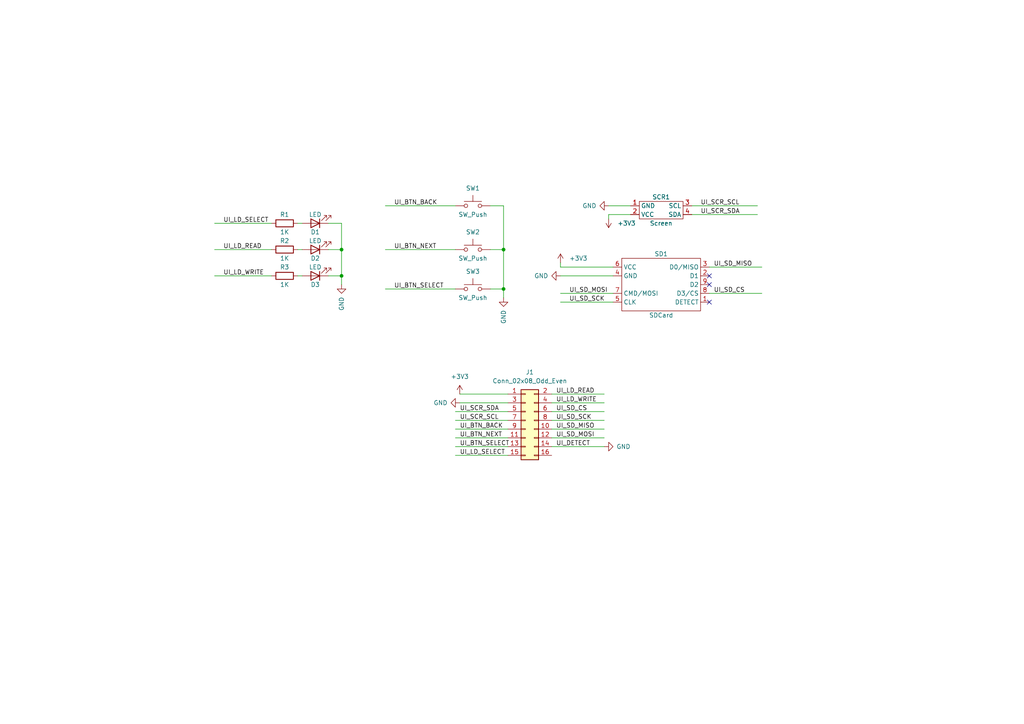
<source format=kicad_sch>
(kicad_sch (version 20211123) (generator eeschema)

  (uuid e63e39d7-6ac0-4ffd-8aa3-1841a4541b55)

  (paper "A4")

  (lib_symbols
    (symbol "CartridgeComponents:SDCard" (in_bom yes) (on_board yes)
      (property "Reference" "SD" (id 0) (at 0 8.89 0)
        (effects (font (size 1.27 1.27)))
      )
      (property "Value" "SDCard" (id 1) (at 0 -8.89 0)
        (effects (font (size 1.27 1.27)))
      )
      (property "Footprint" "" (id 2) (at -5.08 15.24 0)
        (effects (font (size 1.27 1.27)) hide)
      )
      (property "Datasheet" "" (id 3) (at -5.08 15.24 0)
        (effects (font (size 1.27 1.27)) hide)
      )
      (symbol "SDCard_0_1"
        (rectangle (start -11.43 7.62) (end 11.43 -7.62)
          (stroke (width 0) (type default) (color 0 0 0 0))
          (fill (type none))
        )
      )
      (symbol "SDCard_1_1"
        (pin passive line (at 13.97 -5.08 180) (length 2.54)
          (name "DETECT" (effects (font (size 1.27 1.27))))
          (number "1" (effects (font (size 1.27 1.27))))
        )
        (pin bidirectional line (at 13.97 2.54 180) (length 2.54)
          (name "D1" (effects (font (size 1.27 1.27))))
          (number "2" (effects (font (size 1.27 1.27))))
        )
        (pin bidirectional line (at 13.97 5.08 180) (length 2.54)
          (name "D0/MISO" (effects (font (size 1.27 1.27))))
          (number "3" (effects (font (size 1.27 1.27))))
        )
        (pin passive line (at -13.97 2.54 0) (length 2.54)
          (name "GND" (effects (font (size 1.27 1.27))))
          (number "4" (effects (font (size 1.27 1.27))))
        )
        (pin input line (at -13.97 -5.08 0) (length 2.54)
          (name "CLK" (effects (font (size 1.27 1.27))))
          (number "5" (effects (font (size 1.27 1.27))))
        )
        (pin passive line (at -13.97 5.08 0) (length 2.54)
          (name "VCC" (effects (font (size 1.27 1.27))))
          (number "6" (effects (font (size 1.27 1.27))))
        )
        (pin input line (at -13.97 -2.54 0) (length 2.54)
          (name "CMD/MOSI" (effects (font (size 1.27 1.27))))
          (number "7" (effects (font (size 1.27 1.27))))
        )
        (pin bidirectional line (at 13.97 -2.54 180) (length 2.54)
          (name "D3/CS" (effects (font (size 1.27 1.27))))
          (number "8" (effects (font (size 1.27 1.27))))
        )
        (pin bidirectional line (at 13.97 0 180) (length 2.54)
          (name "D2" (effects (font (size 1.27 1.27))))
          (number "9" (effects (font (size 1.27 1.27))))
        )
      )
    )
    (symbol "CartridgeComponents:Screen" (in_bom yes) (on_board yes)
      (property "Reference" "SCR" (id 0) (at 0 6.35 0)
        (effects (font (size 1.27 1.27)))
      )
      (property "Value" "Screen" (id 1) (at 0 8.89 0)
        (effects (font (size 1.27 1.27)))
      )
      (property "Footprint" "" (id 2) (at 0 6.35 0)
        (effects (font (size 1.27 1.27)) hide)
      )
      (property "Datasheet" "" (id 3) (at 0 6.35 0)
        (effects (font (size 1.27 1.27)) hide)
      )
      (symbol "Screen_0_1"
        (rectangle (start -6.35 2.54) (end 6.35 -2.54)
          (stroke (width 0) (type default) (color 0 0 0 0))
          (fill (type none))
        )
      )
      (symbol "Screen_1_1"
        (pin passive line (at -8.89 1.27 0) (length 2.54)
          (name "GND" (effects (font (size 1.27 1.27))))
          (number "1" (effects (font (size 1.27 1.27))))
        )
        (pin passive line (at -8.89 -1.27 0) (length 2.54)
          (name "VCC" (effects (font (size 1.27 1.27))))
          (number "2" (effects (font (size 1.27 1.27))))
        )
        (pin input line (at 8.89 1.27 180) (length 2.54)
          (name "SCL" (effects (font (size 1.27 1.27))))
          (number "3" (effects (font (size 1.27 1.27))))
        )
        (pin bidirectional line (at 8.89 -1.27 180) (length 2.54)
          (name "SDA" (effects (font (size 1.27 1.27))))
          (number "4" (effects (font (size 1.27 1.27))))
        )
      )
    )
    (symbol "Connector_Generic:Conn_02x08_Odd_Even" (pin_names (offset 1.016) hide) (in_bom yes) (on_board yes)
      (property "Reference" "J" (id 0) (at 1.27 10.16 0)
        (effects (font (size 1.27 1.27)))
      )
      (property "Value" "Conn_02x08_Odd_Even" (id 1) (at 1.27 -12.7 0)
        (effects (font (size 1.27 1.27)))
      )
      (property "Footprint" "" (id 2) (at 0 0 0)
        (effects (font (size 1.27 1.27)) hide)
      )
      (property "Datasheet" "~" (id 3) (at 0 0 0)
        (effects (font (size 1.27 1.27)) hide)
      )
      (property "ki_keywords" "connector" (id 4) (at 0 0 0)
        (effects (font (size 1.27 1.27)) hide)
      )
      (property "ki_description" "Generic connector, double row, 02x08, odd/even pin numbering scheme (row 1 odd numbers, row 2 even numbers), script generated (kicad-library-utils/schlib/autogen/connector/)" (id 5) (at 0 0 0)
        (effects (font (size 1.27 1.27)) hide)
      )
      (property "ki_fp_filters" "Connector*:*_2x??_*" (id 6) (at 0 0 0)
        (effects (font (size 1.27 1.27)) hide)
      )
      (symbol "Conn_02x08_Odd_Even_1_1"
        (rectangle (start -1.27 -10.033) (end 0 -10.287)
          (stroke (width 0.1524) (type default) (color 0 0 0 0))
          (fill (type none))
        )
        (rectangle (start -1.27 -7.493) (end 0 -7.747)
          (stroke (width 0.1524) (type default) (color 0 0 0 0))
          (fill (type none))
        )
        (rectangle (start -1.27 -4.953) (end 0 -5.207)
          (stroke (width 0.1524) (type default) (color 0 0 0 0))
          (fill (type none))
        )
        (rectangle (start -1.27 -2.413) (end 0 -2.667)
          (stroke (width 0.1524) (type default) (color 0 0 0 0))
          (fill (type none))
        )
        (rectangle (start -1.27 0.127) (end 0 -0.127)
          (stroke (width 0.1524) (type default) (color 0 0 0 0))
          (fill (type none))
        )
        (rectangle (start -1.27 2.667) (end 0 2.413)
          (stroke (width 0.1524) (type default) (color 0 0 0 0))
          (fill (type none))
        )
        (rectangle (start -1.27 5.207) (end 0 4.953)
          (stroke (width 0.1524) (type default) (color 0 0 0 0))
          (fill (type none))
        )
        (rectangle (start -1.27 7.747) (end 0 7.493)
          (stroke (width 0.1524) (type default) (color 0 0 0 0))
          (fill (type none))
        )
        (rectangle (start -1.27 8.89) (end 3.81 -11.43)
          (stroke (width 0.254) (type default) (color 0 0 0 0))
          (fill (type background))
        )
        (rectangle (start 3.81 -10.033) (end 2.54 -10.287)
          (stroke (width 0.1524) (type default) (color 0 0 0 0))
          (fill (type none))
        )
        (rectangle (start 3.81 -7.493) (end 2.54 -7.747)
          (stroke (width 0.1524) (type default) (color 0 0 0 0))
          (fill (type none))
        )
        (rectangle (start 3.81 -4.953) (end 2.54 -5.207)
          (stroke (width 0.1524) (type default) (color 0 0 0 0))
          (fill (type none))
        )
        (rectangle (start 3.81 -2.413) (end 2.54 -2.667)
          (stroke (width 0.1524) (type default) (color 0 0 0 0))
          (fill (type none))
        )
        (rectangle (start 3.81 0.127) (end 2.54 -0.127)
          (stroke (width 0.1524) (type default) (color 0 0 0 0))
          (fill (type none))
        )
        (rectangle (start 3.81 2.667) (end 2.54 2.413)
          (stroke (width 0.1524) (type default) (color 0 0 0 0))
          (fill (type none))
        )
        (rectangle (start 3.81 5.207) (end 2.54 4.953)
          (stroke (width 0.1524) (type default) (color 0 0 0 0))
          (fill (type none))
        )
        (rectangle (start 3.81 7.747) (end 2.54 7.493)
          (stroke (width 0.1524) (type default) (color 0 0 0 0))
          (fill (type none))
        )
        (pin passive line (at -5.08 7.62 0) (length 3.81)
          (name "Pin_1" (effects (font (size 1.27 1.27))))
          (number "1" (effects (font (size 1.27 1.27))))
        )
        (pin passive line (at 7.62 -2.54 180) (length 3.81)
          (name "Pin_10" (effects (font (size 1.27 1.27))))
          (number "10" (effects (font (size 1.27 1.27))))
        )
        (pin passive line (at -5.08 -5.08 0) (length 3.81)
          (name "Pin_11" (effects (font (size 1.27 1.27))))
          (number "11" (effects (font (size 1.27 1.27))))
        )
        (pin passive line (at 7.62 -5.08 180) (length 3.81)
          (name "Pin_12" (effects (font (size 1.27 1.27))))
          (number "12" (effects (font (size 1.27 1.27))))
        )
        (pin passive line (at -5.08 -7.62 0) (length 3.81)
          (name "Pin_13" (effects (font (size 1.27 1.27))))
          (number "13" (effects (font (size 1.27 1.27))))
        )
        (pin passive line (at 7.62 -7.62 180) (length 3.81)
          (name "Pin_14" (effects (font (size 1.27 1.27))))
          (number "14" (effects (font (size 1.27 1.27))))
        )
        (pin passive line (at -5.08 -10.16 0) (length 3.81)
          (name "Pin_15" (effects (font (size 1.27 1.27))))
          (number "15" (effects (font (size 1.27 1.27))))
        )
        (pin passive line (at 7.62 -10.16 180) (length 3.81)
          (name "Pin_16" (effects (font (size 1.27 1.27))))
          (number "16" (effects (font (size 1.27 1.27))))
        )
        (pin passive line (at 7.62 7.62 180) (length 3.81)
          (name "Pin_2" (effects (font (size 1.27 1.27))))
          (number "2" (effects (font (size 1.27 1.27))))
        )
        (pin passive line (at -5.08 5.08 0) (length 3.81)
          (name "Pin_3" (effects (font (size 1.27 1.27))))
          (number "3" (effects (font (size 1.27 1.27))))
        )
        (pin passive line (at 7.62 5.08 180) (length 3.81)
          (name "Pin_4" (effects (font (size 1.27 1.27))))
          (number "4" (effects (font (size 1.27 1.27))))
        )
        (pin passive line (at -5.08 2.54 0) (length 3.81)
          (name "Pin_5" (effects (font (size 1.27 1.27))))
          (number "5" (effects (font (size 1.27 1.27))))
        )
        (pin passive line (at 7.62 2.54 180) (length 3.81)
          (name "Pin_6" (effects (font (size 1.27 1.27))))
          (number "6" (effects (font (size 1.27 1.27))))
        )
        (pin passive line (at -5.08 0 0) (length 3.81)
          (name "Pin_7" (effects (font (size 1.27 1.27))))
          (number "7" (effects (font (size 1.27 1.27))))
        )
        (pin passive line (at 7.62 0 180) (length 3.81)
          (name "Pin_8" (effects (font (size 1.27 1.27))))
          (number "8" (effects (font (size 1.27 1.27))))
        )
        (pin passive line (at -5.08 -2.54 0) (length 3.81)
          (name "Pin_9" (effects (font (size 1.27 1.27))))
          (number "9" (effects (font (size 1.27 1.27))))
        )
      )
    )
    (symbol "Device:LED" (pin_numbers hide) (pin_names (offset 1.016) hide) (in_bom yes) (on_board yes)
      (property "Reference" "D" (id 0) (at 0 2.54 0)
        (effects (font (size 1.27 1.27)))
      )
      (property "Value" "LED" (id 1) (at 0 -2.54 0)
        (effects (font (size 1.27 1.27)))
      )
      (property "Footprint" "" (id 2) (at 0 0 0)
        (effects (font (size 1.27 1.27)) hide)
      )
      (property "Datasheet" "~" (id 3) (at 0 0 0)
        (effects (font (size 1.27 1.27)) hide)
      )
      (property "ki_keywords" "LED diode" (id 4) (at 0 0 0)
        (effects (font (size 1.27 1.27)) hide)
      )
      (property "ki_description" "Light emitting diode" (id 5) (at 0 0 0)
        (effects (font (size 1.27 1.27)) hide)
      )
      (property "ki_fp_filters" "LED* LED_SMD:* LED_THT:*" (id 6) (at 0 0 0)
        (effects (font (size 1.27 1.27)) hide)
      )
      (symbol "LED_0_1"
        (polyline
          (pts
            (xy -1.27 -1.27)
            (xy -1.27 1.27)
          )
          (stroke (width 0.254) (type default) (color 0 0 0 0))
          (fill (type none))
        )
        (polyline
          (pts
            (xy -1.27 0)
            (xy 1.27 0)
          )
          (stroke (width 0) (type default) (color 0 0 0 0))
          (fill (type none))
        )
        (polyline
          (pts
            (xy 1.27 -1.27)
            (xy 1.27 1.27)
            (xy -1.27 0)
            (xy 1.27 -1.27)
          )
          (stroke (width 0.254) (type default) (color 0 0 0 0))
          (fill (type none))
        )
        (polyline
          (pts
            (xy -3.048 -0.762)
            (xy -4.572 -2.286)
            (xy -3.81 -2.286)
            (xy -4.572 -2.286)
            (xy -4.572 -1.524)
          )
          (stroke (width 0) (type default) (color 0 0 0 0))
          (fill (type none))
        )
        (polyline
          (pts
            (xy -1.778 -0.762)
            (xy -3.302 -2.286)
            (xy -2.54 -2.286)
            (xy -3.302 -2.286)
            (xy -3.302 -1.524)
          )
          (stroke (width 0) (type default) (color 0 0 0 0))
          (fill (type none))
        )
      )
      (symbol "LED_1_1"
        (pin passive line (at -3.81 0 0) (length 2.54)
          (name "K" (effects (font (size 1.27 1.27))))
          (number "1" (effects (font (size 1.27 1.27))))
        )
        (pin passive line (at 3.81 0 180) (length 2.54)
          (name "A" (effects (font (size 1.27 1.27))))
          (number "2" (effects (font (size 1.27 1.27))))
        )
      )
    )
    (symbol "Device:R" (pin_numbers hide) (pin_names (offset 0)) (in_bom yes) (on_board yes)
      (property "Reference" "R" (id 0) (at 2.032 0 90)
        (effects (font (size 1.27 1.27)))
      )
      (property "Value" "R" (id 1) (at 0 0 90)
        (effects (font (size 1.27 1.27)))
      )
      (property "Footprint" "" (id 2) (at -1.778 0 90)
        (effects (font (size 1.27 1.27)) hide)
      )
      (property "Datasheet" "~" (id 3) (at 0 0 0)
        (effects (font (size 1.27 1.27)) hide)
      )
      (property "ki_keywords" "R res resistor" (id 4) (at 0 0 0)
        (effects (font (size 1.27 1.27)) hide)
      )
      (property "ki_description" "Resistor" (id 5) (at 0 0 0)
        (effects (font (size 1.27 1.27)) hide)
      )
      (property "ki_fp_filters" "R_*" (id 6) (at 0 0 0)
        (effects (font (size 1.27 1.27)) hide)
      )
      (symbol "R_0_1"
        (rectangle (start -1.016 -2.54) (end 1.016 2.54)
          (stroke (width 0.254) (type default) (color 0 0 0 0))
          (fill (type none))
        )
      )
      (symbol "R_1_1"
        (pin passive line (at 0 3.81 270) (length 1.27)
          (name "~" (effects (font (size 1.27 1.27))))
          (number "1" (effects (font (size 1.27 1.27))))
        )
        (pin passive line (at 0 -3.81 90) (length 1.27)
          (name "~" (effects (font (size 1.27 1.27))))
          (number "2" (effects (font (size 1.27 1.27))))
        )
      )
    )
    (symbol "Switch:SW_Push" (pin_numbers hide) (pin_names (offset 1.016) hide) (in_bom yes) (on_board yes)
      (property "Reference" "SW" (id 0) (at 1.27 2.54 0)
        (effects (font (size 1.27 1.27)) (justify left))
      )
      (property "Value" "SW_Push" (id 1) (at 0 -1.524 0)
        (effects (font (size 1.27 1.27)))
      )
      (property "Footprint" "" (id 2) (at 0 5.08 0)
        (effects (font (size 1.27 1.27)) hide)
      )
      (property "Datasheet" "~" (id 3) (at 0 5.08 0)
        (effects (font (size 1.27 1.27)) hide)
      )
      (property "ki_keywords" "switch normally-open pushbutton push-button" (id 4) (at 0 0 0)
        (effects (font (size 1.27 1.27)) hide)
      )
      (property "ki_description" "Push button switch, generic, two pins" (id 5) (at 0 0 0)
        (effects (font (size 1.27 1.27)) hide)
      )
      (symbol "SW_Push_0_1"
        (circle (center -2.032 0) (radius 0.508)
          (stroke (width 0) (type default) (color 0 0 0 0))
          (fill (type none))
        )
        (polyline
          (pts
            (xy 0 1.27)
            (xy 0 3.048)
          )
          (stroke (width 0) (type default) (color 0 0 0 0))
          (fill (type none))
        )
        (polyline
          (pts
            (xy 2.54 1.27)
            (xy -2.54 1.27)
          )
          (stroke (width 0) (type default) (color 0 0 0 0))
          (fill (type none))
        )
        (circle (center 2.032 0) (radius 0.508)
          (stroke (width 0) (type default) (color 0 0 0 0))
          (fill (type none))
        )
        (pin passive line (at -5.08 0 0) (length 2.54)
          (name "1" (effects (font (size 1.27 1.27))))
          (number "1" (effects (font (size 1.27 1.27))))
        )
        (pin passive line (at 5.08 0 180) (length 2.54)
          (name "2" (effects (font (size 1.27 1.27))))
          (number "2" (effects (font (size 1.27 1.27))))
        )
      )
    )
    (symbol "power:+3V3" (power) (pin_names (offset 0)) (in_bom yes) (on_board yes)
      (property "Reference" "#PWR" (id 0) (at 0 -3.81 0)
        (effects (font (size 1.27 1.27)) hide)
      )
      (property "Value" "+3V3" (id 1) (at 0 3.556 0)
        (effects (font (size 1.27 1.27)))
      )
      (property "Footprint" "" (id 2) (at 0 0 0)
        (effects (font (size 1.27 1.27)) hide)
      )
      (property "Datasheet" "" (id 3) (at 0 0 0)
        (effects (font (size 1.27 1.27)) hide)
      )
      (property "ki_keywords" "power-flag" (id 4) (at 0 0 0)
        (effects (font (size 1.27 1.27)) hide)
      )
      (property "ki_description" "Power symbol creates a global label with name \"+3V3\"" (id 5) (at 0 0 0)
        (effects (font (size 1.27 1.27)) hide)
      )
      (symbol "+3V3_0_1"
        (polyline
          (pts
            (xy -0.762 1.27)
            (xy 0 2.54)
          )
          (stroke (width 0) (type default) (color 0 0 0 0))
          (fill (type none))
        )
        (polyline
          (pts
            (xy 0 0)
            (xy 0 2.54)
          )
          (stroke (width 0) (type default) (color 0 0 0 0))
          (fill (type none))
        )
        (polyline
          (pts
            (xy 0 2.54)
            (xy 0.762 1.27)
          )
          (stroke (width 0) (type default) (color 0 0 0 0))
          (fill (type none))
        )
      )
      (symbol "+3V3_1_1"
        (pin power_in line (at 0 0 90) (length 0) hide
          (name "+3V3" (effects (font (size 1.27 1.27))))
          (number "1" (effects (font (size 1.27 1.27))))
        )
      )
    )
    (symbol "power:GND" (power) (pin_names (offset 0)) (in_bom yes) (on_board yes)
      (property "Reference" "#PWR" (id 0) (at 0 -6.35 0)
        (effects (font (size 1.27 1.27)) hide)
      )
      (property "Value" "GND" (id 1) (at 0 -3.81 0)
        (effects (font (size 1.27 1.27)))
      )
      (property "Footprint" "" (id 2) (at 0 0 0)
        (effects (font (size 1.27 1.27)) hide)
      )
      (property "Datasheet" "" (id 3) (at 0 0 0)
        (effects (font (size 1.27 1.27)) hide)
      )
      (property "ki_keywords" "power-flag" (id 4) (at 0 0 0)
        (effects (font (size 1.27 1.27)) hide)
      )
      (property "ki_description" "Power symbol creates a global label with name \"GND\" , ground" (id 5) (at 0 0 0)
        (effects (font (size 1.27 1.27)) hide)
      )
      (symbol "GND_0_1"
        (polyline
          (pts
            (xy 0 0)
            (xy 0 -1.27)
            (xy 1.27 -1.27)
            (xy 0 -2.54)
            (xy -1.27 -1.27)
            (xy 0 -1.27)
          )
          (stroke (width 0) (type default) (color 0 0 0 0))
          (fill (type none))
        )
      )
      (symbol "GND_1_1"
        (pin power_in line (at 0 0 270) (length 0) hide
          (name "GND" (effects (font (size 1.27 1.27))))
          (number "1" (effects (font (size 1.27 1.27))))
        )
      )
    )
  )

  (junction (at 146.05 83.82) (diameter 0) (color 0 0 0 0)
    (uuid 503a37b0-f53b-4841-b4d2-278fbd82184b)
  )
  (junction (at 99.06 72.39) (diameter 0) (color 0 0 0 0)
    (uuid 88150746-1499-4ea0-8a37-5ef912c56d11)
  )
  (junction (at 146.05 72.39) (diameter 0) (color 0 0 0 0)
    (uuid aca8f045-ff9e-4020-83dc-f0dd7298ddb3)
  )
  (junction (at 99.06 80.01) (diameter 0) (color 0 0 0 0)
    (uuid b0001ba0-bac0-4e87-8e65-4b4e73497fc2)
  )

  (no_connect (at 205.74 87.63) (uuid a95c4ac4-99a5-47ef-a70b-7b048a51524f))
  (no_connect (at 205.74 82.55) (uuid a95c4ac4-99a5-47ef-a70b-7b048a515250))
  (no_connect (at 205.74 80.01) (uuid a95c4ac4-99a5-47ef-a70b-7b048a515251))

  (wire (pts (xy 176.53 59.69) (xy 182.88 59.69))
    (stroke (width 0) (type default) (color 0 0 0 0))
    (uuid 02e4e476-f361-493f-b89a-45917f6932d6)
  )
  (wire (pts (xy 182.88 62.23) (xy 176.53 62.23))
    (stroke (width 0) (type default) (color 0 0 0 0))
    (uuid 13d83f12-383b-415e-995a-12de08378d5b)
  )
  (wire (pts (xy 176.53 62.23) (xy 176.53 63.5))
    (stroke (width 0) (type default) (color 0 0 0 0))
    (uuid 15b93a9f-36aa-47eb-95ab-66e4ae191c90)
  )
  (wire (pts (xy 111.76 59.69) (xy 132.08 59.69))
    (stroke (width 0) (type default) (color 0 0 0 0))
    (uuid 1f05dfb1-623c-4ca2-9884-39cd036f83c0)
  )
  (wire (pts (xy 142.24 72.39) (xy 146.05 72.39))
    (stroke (width 0) (type default) (color 0 0 0 0))
    (uuid 23f59c6e-9dbd-46fe-a3bd-42c39191c824)
  )
  (wire (pts (xy 62.23 64.77) (xy 78.74 64.77))
    (stroke (width 0) (type default) (color 0 0 0 0))
    (uuid 24a1990e-8550-4c46-b71c-538fca57fb2a)
  )
  (wire (pts (xy 142.24 59.69) (xy 146.05 59.69))
    (stroke (width 0) (type default) (color 0 0 0 0))
    (uuid 2ac78b43-6768-45ec-8ff3-5ee72f6fc0af)
  )
  (wire (pts (xy 146.05 83.82) (xy 142.24 83.82))
    (stroke (width 0) (type default) (color 0 0 0 0))
    (uuid 2beb76ac-1f18-47e0-913b-efdd6e3c8f57)
  )
  (wire (pts (xy 87.63 72.39) (xy 86.36 72.39))
    (stroke (width 0) (type default) (color 0 0 0 0))
    (uuid 301e1858-e2fd-4ee8-a680-58b223e7fbf3)
  )
  (wire (pts (xy 99.06 64.77) (xy 99.06 72.39))
    (stroke (width 0) (type default) (color 0 0 0 0))
    (uuid 3c22c6dd-2daf-421d-b960-e73cff1eb972)
  )
  (wire (pts (xy 99.06 80.01) (xy 95.25 80.01))
    (stroke (width 0) (type default) (color 0 0 0 0))
    (uuid 3f2035df-c81b-4bf2-8f47-1a2c48f0f6bd)
  )
  (wire (pts (xy 111.76 83.82) (xy 132.08 83.82))
    (stroke (width 0) (type default) (color 0 0 0 0))
    (uuid 49e77298-a4c1-4af8-8922-5fbf08c1347d)
  )
  (wire (pts (xy 62.23 80.01) (xy 78.74 80.01))
    (stroke (width 0) (type default) (color 0 0 0 0))
    (uuid 4c50956f-18c5-40a9-81c6-c1f7b026ac17)
  )
  (wire (pts (xy 133.35 114.3) (xy 147.32 114.3))
    (stroke (width 0) (type default) (color 0 0 0 0))
    (uuid 514d1196-0c67-46cf-9eec-193cce1f7130)
  )
  (wire (pts (xy 146.05 59.69) (xy 146.05 72.39))
    (stroke (width 0) (type default) (color 0 0 0 0))
    (uuid 57dc8464-450e-4719-b14b-83deaa43167f)
  )
  (wire (pts (xy 160.02 121.92) (xy 175.26 121.92))
    (stroke (width 0) (type default) (color 0 0 0 0))
    (uuid 59ec3591-075b-47bb-8852-a8e0afa0d6c8)
  )
  (wire (pts (xy 205.74 77.47) (xy 220.98 77.47))
    (stroke (width 0) (type default) (color 0 0 0 0))
    (uuid 6f18551b-4fbc-4da8-913e-a82e1a84e2ba)
  )
  (wire (pts (xy 200.66 59.69) (xy 219.71 59.69))
    (stroke (width 0) (type default) (color 0 0 0 0))
    (uuid 7005ba71-a7ab-4334-b111-99fe3898b361)
  )
  (wire (pts (xy 205.74 85.09) (xy 220.98 85.09))
    (stroke (width 0) (type default) (color 0 0 0 0))
    (uuid 70f10a57-2f3c-42e6-acfc-8037f12c833f)
  )
  (wire (pts (xy 147.32 116.84) (xy 133.35 116.84))
    (stroke (width 0) (type default) (color 0 0 0 0))
    (uuid 721b1f22-9dad-4fec-aa7e-f78787746a2d)
  )
  (wire (pts (xy 146.05 83.82) (xy 146.05 86.36))
    (stroke (width 0) (type default) (color 0 0 0 0))
    (uuid 79692779-ee20-4c4b-b27f-a1fb5ce1a426)
  )
  (wire (pts (xy 177.8 77.47) (xy 162.56 77.47))
    (stroke (width 0) (type default) (color 0 0 0 0))
    (uuid 7cd4a39a-4dd5-4369-a993-35d503544b25)
  )
  (wire (pts (xy 160.02 116.84) (xy 175.26 116.84))
    (stroke (width 0) (type default) (color 0 0 0 0))
    (uuid 7e25b50c-c406-4bda-b92f-7a372ce898bd)
  )
  (wire (pts (xy 132.08 127) (xy 147.32 127))
    (stroke (width 0) (type default) (color 0 0 0 0))
    (uuid 89bab1ec-7b06-4cde-aad6-c05ecfe09008)
  )
  (wire (pts (xy 160.02 119.38) (xy 175.26 119.38))
    (stroke (width 0) (type default) (color 0 0 0 0))
    (uuid 909867d4-2240-4795-93a5-efcc8219b9a9)
  )
  (wire (pts (xy 99.06 80.01) (xy 99.06 82.55))
    (stroke (width 0) (type default) (color 0 0 0 0))
    (uuid 938ddf17-5235-450a-a9db-bdca6f82445e)
  )
  (wire (pts (xy 132.08 132.08) (xy 147.32 132.08))
    (stroke (width 0) (type default) (color 0 0 0 0))
    (uuid a1a06038-3354-4309-87b4-f7f43a2b0faf)
  )
  (wire (pts (xy 62.23 72.39) (xy 78.74 72.39))
    (stroke (width 0) (type default) (color 0 0 0 0))
    (uuid a6ae94d0-0f4e-443f-961f-2561e7d84db3)
  )
  (wire (pts (xy 160.02 114.3) (xy 175.26 114.3))
    (stroke (width 0) (type default) (color 0 0 0 0))
    (uuid a8d8cf2a-8430-4e85-9820-28558d93b889)
  )
  (wire (pts (xy 162.56 80.01) (xy 177.8 80.01))
    (stroke (width 0) (type default) (color 0 0 0 0))
    (uuid a8f3163f-6ad6-473f-a075-3e17a7013768)
  )
  (wire (pts (xy 146.05 72.39) (xy 146.05 83.82))
    (stroke (width 0) (type default) (color 0 0 0 0))
    (uuid ab4264a4-a1d2-49c4-810e-54f84af8bd28)
  )
  (wire (pts (xy 200.66 62.23) (xy 219.71 62.23))
    (stroke (width 0) (type default) (color 0 0 0 0))
    (uuid b4ff2721-662f-489e-a8f4-e69ad19d3110)
  )
  (wire (pts (xy 160.02 127) (xy 175.26 127))
    (stroke (width 0) (type default) (color 0 0 0 0))
    (uuid bcda48d7-143f-4339-b650-44c766df9584)
  )
  (wire (pts (xy 162.56 85.09) (xy 177.8 85.09))
    (stroke (width 0) (type default) (color 0 0 0 0))
    (uuid c1d3e3aa-fccd-4b7d-9036-658c43659bca)
  )
  (wire (pts (xy 132.08 119.38) (xy 147.32 119.38))
    (stroke (width 0) (type default) (color 0 0 0 0))
    (uuid c6e2f247-9f07-4f80-92a6-e59059de4803)
  )
  (wire (pts (xy 160.02 129.54) (xy 175.26 129.54))
    (stroke (width 0) (type default) (color 0 0 0 0))
    (uuid cb925ac0-73d3-4882-a49f-5147b03d9cea)
  )
  (wire (pts (xy 132.08 121.92) (xy 147.32 121.92))
    (stroke (width 0) (type default) (color 0 0 0 0))
    (uuid cd9dbe8a-6e02-485e-bb92-264485524ca1)
  )
  (wire (pts (xy 86.36 64.77) (xy 87.63 64.77))
    (stroke (width 0) (type default) (color 0 0 0 0))
    (uuid cf4d1705-04fa-49a1-b223-c5368082c2e3)
  )
  (wire (pts (xy 162.56 77.47) (xy 162.56 76.2))
    (stroke (width 0) (type default) (color 0 0 0 0))
    (uuid d3b4d038-efc9-4206-9e84-0d602c792cee)
  )
  (wire (pts (xy 87.63 80.01) (xy 86.36 80.01))
    (stroke (width 0) (type default) (color 0 0 0 0))
    (uuid d4840478-9b84-4639-b6f8-6afcabe16b63)
  )
  (wire (pts (xy 111.76 72.39) (xy 132.08 72.39))
    (stroke (width 0) (type default) (color 0 0 0 0))
    (uuid d4dedb19-83bc-4a99-8acf-d11771dc1aa1)
  )
  (wire (pts (xy 132.08 124.46) (xy 147.32 124.46))
    (stroke (width 0) (type default) (color 0 0 0 0))
    (uuid d73de7a3-114c-46b3-b1db-7b936e068b53)
  )
  (wire (pts (xy 95.25 72.39) (xy 99.06 72.39))
    (stroke (width 0) (type default) (color 0 0 0 0))
    (uuid db19dc10-dbcf-43ce-b88a-201f097466d1)
  )
  (wire (pts (xy 95.25 64.77) (xy 99.06 64.77))
    (stroke (width 0) (type default) (color 0 0 0 0))
    (uuid df02137e-e5aa-47c5-8bac-a88366c99cd4)
  )
  (wire (pts (xy 160.02 124.46) (xy 175.26 124.46))
    (stroke (width 0) (type default) (color 0 0 0 0))
    (uuid e154511e-8174-485a-9e18-62db0251620f)
  )
  (wire (pts (xy 99.06 72.39) (xy 99.06 80.01))
    (stroke (width 0) (type default) (color 0 0 0 0))
    (uuid e1a4f832-5fe0-4100-8947-6093e774735e)
  )
  (wire (pts (xy 162.56 87.63) (xy 177.8 87.63))
    (stroke (width 0) (type default) (color 0 0 0 0))
    (uuid e9b54e24-f4fe-4fb4-849d-d075e96e53f7)
  )
  (wire (pts (xy 132.08 129.54) (xy 147.32 129.54))
    (stroke (width 0) (type default) (color 0 0 0 0))
    (uuid fe1eab71-decf-4b8a-8010-8099decd5b2e)
  )

  (label "UI_SD_MISO" (at 207.01 77.47 0)
    (effects (font (size 1.27 1.27)) (justify left bottom))
    (uuid 0053ce85-e70a-4c42-8259-357d19def07f)
  )
  (label "UI_SD_MOSI" (at 161.29 127 0)
    (effects (font (size 1.27 1.27)) (justify left bottom))
    (uuid 06fd73f4-fb29-4a7f-a462-860fd51b413d)
  )
  (label "UI_LD_READ" (at 64.77 72.39 0)
    (effects (font (size 1.27 1.27)) (justify left bottom))
    (uuid 17fe5df5-5297-4ea5-8668-abfdf81346c7)
  )
  (label "UI_BTN_SELECT" (at 114.3 83.82 0)
    (effects (font (size 1.27 1.27)) (justify left bottom))
    (uuid 18a02c31-e5ab-489f-9c24-171341ac5e43)
  )
  (label "UI_SD_MISO" (at 161.29 124.46 0)
    (effects (font (size 1.27 1.27)) (justify left bottom))
    (uuid 22319491-cafd-42b4-bf61-446eb2bc008c)
  )
  (label "UI_SD_SCK" (at 165.1 87.63 0)
    (effects (font (size 1.27 1.27)) (justify left bottom))
    (uuid 2799aebb-ae48-42c8-a585-4dcc1393db7e)
  )
  (label "UI_BTN_BACK" (at 133.35 124.46 0)
    (effects (font (size 1.27 1.27)) (justify left bottom))
    (uuid 2d76d44e-bef1-4a6c-b61d-cfdeee548ee5)
  )
  (label "UI_SCR_SCL" (at 203.2 59.69 0)
    (effects (font (size 1.27 1.27)) (justify left bottom))
    (uuid 2f180737-65c6-40ac-86b0-41be165542ba)
  )
  (label "UI_BTN_SELECT" (at 133.35 129.54 0)
    (effects (font (size 1.27 1.27)) (justify left bottom))
    (uuid 30724bc2-9409-4ff9-9f1d-57420da965e0)
  )
  (label "UI_SCR_SDA" (at 203.2 62.23 0)
    (effects (font (size 1.27 1.27)) (justify left bottom))
    (uuid 34767315-aac3-4d03-884e-3de1c32f2498)
  )
  (label "UI_SD_MOSI" (at 165.1 85.09 0)
    (effects (font (size 1.27 1.27)) (justify left bottom))
    (uuid 443b1bdb-b31f-4cf9-bbca-169e64fff48e)
  )
  (label "UI_LD_SELECT" (at 133.35 132.08 0)
    (effects (font (size 1.27 1.27)) (justify left bottom))
    (uuid 491fa055-d3b9-464e-a08b-cf4fbe92015f)
  )
  (label "UI_DETECT" (at 161.29 129.54 0)
    (effects (font (size 1.27 1.27)) (justify left bottom))
    (uuid 4ee758a5-3e1e-4ddd-ab49-03cc707a8848)
  )
  (label "UI_SD_CS" (at 161.29 119.38 0)
    (effects (font (size 1.27 1.27)) (justify left bottom))
    (uuid 6cfb069a-2fb8-4a4a-bedc-78f5197119e4)
  )
  (label "UI_LD_WRITE" (at 161.29 116.84 0)
    (effects (font (size 1.27 1.27)) (justify left bottom))
    (uuid 6e92cd71-b15c-4dde-a731-da41b4d4c49c)
  )
  (label "UI_SD_CS" (at 207.01 85.09 0)
    (effects (font (size 1.27 1.27)) (justify left bottom))
    (uuid 7aa1f650-5e03-4fc7-bec0-fb6e24a0cc27)
  )
  (label "UI_BTN_NEXT" (at 133.35 127 0)
    (effects (font (size 1.27 1.27)) (justify left bottom))
    (uuid 7fca6921-3fd6-481c-b074-f793eec36dc1)
  )
  (label "UI_LD_WRITE" (at 64.77 80.01 0)
    (effects (font (size 1.27 1.27)) (justify left bottom))
    (uuid 8094617f-b5b0-409e-aa0c-941eeca59e40)
  )
  (label "UI_BTN_NEXT" (at 114.3 72.39 0)
    (effects (font (size 1.27 1.27)) (justify left bottom))
    (uuid 937202b2-509c-4f8f-b74b-179fcf22b48c)
  )
  (label "UI_LD_READ" (at 161.29 114.3 0)
    (effects (font (size 1.27 1.27)) (justify left bottom))
    (uuid a0aa47b2-524a-4f11-96a0-2e6dffc65142)
  )
  (label "UI_BTN_BACK" (at 114.3 59.69 0)
    (effects (font (size 1.27 1.27)) (justify left bottom))
    (uuid b56f9253-506f-4392-ac27-0751c8849e36)
  )
  (label "UI_SD_SCK" (at 161.29 121.92 0)
    (effects (font (size 1.27 1.27)) (justify left bottom))
    (uuid b9921aea-706d-4d97-94ae-a43b482e7006)
  )
  (label "UI_SCR_SCL" (at 133.35 121.92 0)
    (effects (font (size 1.27 1.27)) (justify left bottom))
    (uuid d1a87309-7ed7-463d-82ac-113232561416)
  )
  (label "UI_LD_SELECT" (at 64.77 64.77 0)
    (effects (font (size 1.27 1.27)) (justify left bottom))
    (uuid d546be82-28b5-4bf2-b002-02b6565f2986)
  )
  (label "UI_SCR_SDA" (at 133.35 119.38 0)
    (effects (font (size 1.27 1.27)) (justify left bottom))
    (uuid df914a73-3e24-469e-9949-34d8f15b09ab)
  )

  (symbol (lib_id "power:GND") (at 175.26 129.54 90) (mirror x) (unit 1)
    (in_bom yes) (on_board yes)
    (uuid 0ab7eac0-2505-46ca-a15f-2fbf3a0464df)
    (property "Reference" "#PWR?" (id 0) (at 181.61 129.54 0)
      (effects (font (size 1.27 1.27)) hide)
    )
    (property "Value" "GND" (id 1) (at 182.88 129.54 90)
      (effects (font (size 1.27 1.27)) (justify left))
    )
    (property "Footprint" "" (id 2) (at 175.26 129.54 0)
      (effects (font (size 1.27 1.27)) hide)
    )
    (property "Datasheet" "" (id 3) (at 175.26 129.54 0)
      (effects (font (size 1.27 1.27)) hide)
    )
    (pin "1" (uuid 3f230696-6936-45fb-9c05-e7c58419a4fe))
  )

  (symbol (lib_id "Device:R") (at 82.55 72.39 90) (unit 1)
    (in_bom yes) (on_board yes)
    (uuid 0e4963b9-76a4-42db-9e80-c7f08f260338)
    (property "Reference" "R2" (id 0) (at 82.55 69.85 90))
    (property "Value" "1K" (id 1) (at 82.55 74.93 90))
    (property "Footprint" "Resistor_SMD:R_0603_1608Metric" (id 2) (at 82.55 74.168 90)
      (effects (font (size 1.27 1.27)) hide)
    )
    (property "Datasheet" "~" (id 3) (at 82.55 72.39 0)
      (effects (font (size 1.27 1.27)) hide)
    )
    (pin "1" (uuid c0a34d06-95a3-45fe-8585-f76a84acb6c3))
    (pin "2" (uuid 5acf9425-b13c-4473-b70b-7de9ccbd0582))
  )

  (symbol (lib_id "CartridgeComponents:SDCard") (at 191.77 82.55 0) (unit 1)
    (in_bom yes) (on_board yes)
    (uuid 12a05b3c-54ea-46eb-86a5-82e3f710ca88)
    (property "Reference" "SD1" (id 0) (at 191.77 73.66 0))
    (property "Value" "SDCard" (id 1) (at 191.77 91.44 0))
    (property "Footprint" "CartridgeComponents:SDCard" (id 2) (at 186.69 67.31 0)
      (effects (font (size 1.27 1.27)) hide)
    )
    (property "Datasheet" "" (id 3) (at 186.69 67.31 0)
      (effects (font (size 1.27 1.27)) hide)
    )
    (pin "1" (uuid a8e40a2e-59cf-4d65-ba8c-17cb2e89c54e))
    (pin "2" (uuid 55ca5b46-c2a5-4428-bffc-b14b0e9cfa14))
    (pin "3" (uuid 1ad47d92-0128-438d-b8ce-02d9a59123a3))
    (pin "4" (uuid 3837b992-34c5-423a-9528-ee4e4577bb33))
    (pin "5" (uuid 713d3e7e-0257-450b-95da-a42b5e6b9325))
    (pin "6" (uuid 4e9bce53-f96a-4145-9117-5331a1df517f))
    (pin "7" (uuid 180b9f57-cc2a-4726-b2c2-5e99cf30e663))
    (pin "8" (uuid 43b5e261-f890-40cc-95a8-32e125586b39))
    (pin "9" (uuid 585f7144-38ab-4ce6-a31c-2d2c8507e5dc))
  )

  (symbol (lib_id "power:GND") (at 133.35 116.84 270) (mirror x) (unit 1)
    (in_bom yes) (on_board yes)
    (uuid 15d7c1c2-3ecd-4ea8-bfca-561eed051a79)
    (property "Reference" "#PWR0102" (id 0) (at 127 116.84 0)
      (effects (font (size 1.27 1.27)) hide)
    )
    (property "Value" "GND" (id 1) (at 125.73 116.84 90)
      (effects (font (size 1.27 1.27)) (justify left))
    )
    (property "Footprint" "" (id 2) (at 133.35 116.84 0)
      (effects (font (size 1.27 1.27)) hide)
    )
    (property "Datasheet" "" (id 3) (at 133.35 116.84 0)
      (effects (font (size 1.27 1.27)) hide)
    )
    (pin "1" (uuid ff4b78e8-3faf-4eb9-9fe0-21700ddb7f5a))
  )

  (symbol (lib_id "Device:R") (at 82.55 80.01 90) (unit 1)
    (in_bom yes) (on_board yes)
    (uuid 1e7ce13c-cea6-4a1c-b152-f788d7be6620)
    (property "Reference" "R3" (id 0) (at 82.55 77.47 90))
    (property "Value" "1K" (id 1) (at 82.55 82.55 90))
    (property "Footprint" "Resistor_SMD:R_0603_1608Metric" (id 2) (at 82.55 81.788 90)
      (effects (font (size 1.27 1.27)) hide)
    )
    (property "Datasheet" "~" (id 3) (at 82.55 80.01 0)
      (effects (font (size 1.27 1.27)) hide)
    )
    (pin "1" (uuid ed5022c0-b41f-4d70-b796-a80b55017192))
    (pin "2" (uuid 037a614e-5f23-4701-92e9-8dc3944269dc))
  )

  (symbol (lib_id "Switch:SW_Push") (at 137.16 83.82 0) (unit 1)
    (in_bom yes) (on_board yes)
    (uuid 283e4221-bc9b-445a-80b3-fce20172c63e)
    (property "Reference" "SW3" (id 0) (at 137.16 78.74 0))
    (property "Value" "SW_Push" (id 1) (at 137.16 86.36 0))
    (property "Footprint" "Button_Switch_SMD:SW_Push_1P1T_NO_6x6mm_H9.5mm" (id 2) (at 137.16 87.63 0)
      (effects (font (size 1.27 1.27)) hide)
    )
    (property "Datasheet" "~" (id 3) (at 137.16 78.74 0)
      (effects (font (size 1.27 1.27)) hide)
    )
    (pin "1" (uuid 1b4060e5-da3a-4166-ac16-19579c2e1c61))
    (pin "2" (uuid 492a4545-4232-4117-983f-dadabd4cd127))
  )

  (symbol (lib_id "Device:LED") (at 91.44 80.01 180) (unit 1)
    (in_bom yes) (on_board yes)
    (uuid 2b008f62-a65e-4e59-bfd9-d81689702ec5)
    (property "Reference" "D3" (id 0) (at 91.44 82.55 0))
    (property "Value" "LED" (id 1) (at 91.44 77.47 0))
    (property "Footprint" "LED_THT:LED_D3.0mm" (id 2) (at 91.44 80.01 0)
      (effects (font (size 1.27 1.27)) hide)
    )
    (property "Datasheet" "~" (id 3) (at 91.44 80.01 0)
      (effects (font (size 1.27 1.27)) hide)
    )
    (pin "1" (uuid 84577e7b-b734-452b-9ca0-245884fbf5a3))
    (pin "2" (uuid 08e0dc28-5246-4273-8c1b-b6683a0def34))
  )

  (symbol (lib_id "power:GND") (at 162.56 80.01 270) (mirror x) (unit 1)
    (in_bom yes) (on_board yes)
    (uuid 2b775581-d3c5-4ea6-bb38-fd6c9d1d5fb7)
    (property "Reference" "#PWR0107" (id 0) (at 156.21 80.01 0)
      (effects (font (size 1.27 1.27)) hide)
    )
    (property "Value" "GND" (id 1) (at 154.94 80.01 90)
      (effects (font (size 1.27 1.27)) (justify left))
    )
    (property "Footprint" "" (id 2) (at 162.56 80.01 0)
      (effects (font (size 1.27 1.27)) hide)
    )
    (property "Datasheet" "" (id 3) (at 162.56 80.01 0)
      (effects (font (size 1.27 1.27)) hide)
    )
    (pin "1" (uuid ad7942ec-3520-4978-9a87-2c57b5461f31))
  )

  (symbol (lib_id "Switch:SW_Push") (at 137.16 72.39 0) (unit 1)
    (in_bom yes) (on_board yes)
    (uuid 2d1223fe-473a-464f-a092-e301265913cd)
    (property "Reference" "SW2" (id 0) (at 137.16 67.31 0))
    (property "Value" "SW_Push" (id 1) (at 137.16 74.93 0))
    (property "Footprint" "Button_Switch_SMD:SW_Push_1P1T_NO_6x6mm_H9.5mm" (id 2) (at 137.16 76.2 0)
      (effects (font (size 1.27 1.27)) hide)
    )
    (property "Datasheet" "~" (id 3) (at 137.16 67.31 0)
      (effects (font (size 1.27 1.27)) hide)
    )
    (pin "1" (uuid 2b4320c3-2edf-477a-b8c5-ccc18919b2e3))
    (pin "2" (uuid 647ca92d-c3f5-4b1d-b75f-6c6d3d59779a))
  )

  (symbol (lib_id "power:+3V3") (at 133.35 114.3 0) (unit 1)
    (in_bom yes) (on_board yes) (fields_autoplaced)
    (uuid 458bddeb-5db8-4bf1-aa66-b71d3019ccda)
    (property "Reference" "#PWR0101" (id 0) (at 133.35 118.11 0)
      (effects (font (size 1.27 1.27)) hide)
    )
    (property "Value" "+3V3" (id 1) (at 133.35 109.22 0))
    (property "Footprint" "" (id 2) (at 133.35 114.3 0)
      (effects (font (size 1.27 1.27)) hide)
    )
    (property "Datasheet" "" (id 3) (at 133.35 114.3 0)
      (effects (font (size 1.27 1.27)) hide)
    )
    (pin "1" (uuid 23d355f0-16c4-4ed1-b833-d169c1285d45))
  )

  (symbol (lib_id "power:GND") (at 99.06 82.55 0) (mirror y) (unit 1)
    (in_bom yes) (on_board yes)
    (uuid 5aaf54cc-c09a-4646-88f9-87ccbb582b49)
    (property "Reference" "#PWR0108" (id 0) (at 99.06 88.9 0)
      (effects (font (size 1.27 1.27)) hide)
    )
    (property "Value" "GND" (id 1) (at 99.06 90.17 90)
      (effects (font (size 1.27 1.27)) (justify left))
    )
    (property "Footprint" "" (id 2) (at 99.06 82.55 0)
      (effects (font (size 1.27 1.27)) hide)
    )
    (property "Datasheet" "" (id 3) (at 99.06 82.55 0)
      (effects (font (size 1.27 1.27)) hide)
    )
    (pin "1" (uuid 8632fc43-3114-4acd-8731-536086c430c7))
  )

  (symbol (lib_id "Device:LED") (at 91.44 64.77 180) (unit 1)
    (in_bom yes) (on_board yes)
    (uuid 6190ed53-000d-45bf-a8a6-772d656c4eb0)
    (property "Reference" "D1" (id 0) (at 91.44 67.31 0))
    (property "Value" "LED" (id 1) (at 91.44 62.23 0))
    (property "Footprint" "LED_THT:LED_D3.0mm" (id 2) (at 91.44 64.77 0)
      (effects (font (size 1.27 1.27)) hide)
    )
    (property "Datasheet" "~" (id 3) (at 91.44 64.77 0)
      (effects (font (size 1.27 1.27)) hide)
    )
    (pin "1" (uuid 4e0e1ada-453c-4a69-bd3f-1d702f56d78d))
    (pin "2" (uuid c73235bb-3071-45b9-9439-2da7b3e6a024))
  )

  (symbol (lib_id "Switch:SW_Push") (at 137.16 59.69 0) (unit 1)
    (in_bom yes) (on_board yes)
    (uuid 643b40bc-82a9-4756-a21c-5e25739113ee)
    (property "Reference" "SW1" (id 0) (at 137.16 54.61 0))
    (property "Value" "SW_Push" (id 1) (at 137.16 62.23 0))
    (property "Footprint" "Button_Switch_SMD:SW_Push_1P1T_NO_6x6mm_H9.5mm" (id 2) (at 137.16 63.5 0)
      (effects (font (size 1.27 1.27)) hide)
    )
    (property "Datasheet" "~" (id 3) (at 137.16 54.61 0)
      (effects (font (size 1.27 1.27)) hide)
    )
    (pin "1" (uuid 39c416d6-8d7f-4674-8ef5-2b9d69a5b166))
    (pin "2" (uuid a1b2f93a-e369-43de-ba64-5704de7bac11))
  )

  (symbol (lib_id "power:+3V3") (at 176.53 63.5 180) (unit 1)
    (in_bom yes) (on_board yes) (fields_autoplaced)
    (uuid 67009629-4f71-4eb1-bad5-1ede5eb86e4a)
    (property "Reference" "#PWR0104" (id 0) (at 176.53 59.69 0)
      (effects (font (size 1.27 1.27)) hide)
    )
    (property "Value" "+3V3" (id 1) (at 179.07 64.7699 0)
      (effects (font (size 1.27 1.27)) (justify right))
    )
    (property "Footprint" "" (id 2) (at 176.53 63.5 0)
      (effects (font (size 1.27 1.27)) hide)
    )
    (property "Datasheet" "" (id 3) (at 176.53 63.5 0)
      (effects (font (size 1.27 1.27)) hide)
    )
    (pin "1" (uuid 2675bf3a-c68a-485d-958a-a8a2b8ce6078))
  )

  (symbol (lib_id "power:+3V3") (at 162.56 76.2 0) (unit 1)
    (in_bom yes) (on_board yes) (fields_autoplaced)
    (uuid 6f55fb47-2a7f-4d72-9dab-2c6a20eb0f75)
    (property "Reference" "#PWR0105" (id 0) (at 162.56 80.01 0)
      (effects (font (size 1.27 1.27)) hide)
    )
    (property "Value" "+3V3" (id 1) (at 165.1 74.9299 0)
      (effects (font (size 1.27 1.27)) (justify left))
    )
    (property "Footprint" "" (id 2) (at 162.56 76.2 0)
      (effects (font (size 1.27 1.27)) hide)
    )
    (property "Datasheet" "" (id 3) (at 162.56 76.2 0)
      (effects (font (size 1.27 1.27)) hide)
    )
    (pin "1" (uuid 52210676-b257-40a1-b077-76a7093d929c))
  )

  (symbol (lib_id "Device:LED") (at 91.44 72.39 180) (unit 1)
    (in_bom yes) (on_board yes)
    (uuid 7125cdaa-6702-4aa3-9a8b-3bc0ebf241c0)
    (property "Reference" "D2" (id 0) (at 91.44 74.93 0))
    (property "Value" "LED" (id 1) (at 91.44 69.85 0))
    (property "Footprint" "LED_THT:LED_D3.0mm" (id 2) (at 91.44 72.39 0)
      (effects (font (size 1.27 1.27)) hide)
    )
    (property "Datasheet" "~" (id 3) (at 91.44 72.39 0)
      (effects (font (size 1.27 1.27)) hide)
    )
    (pin "1" (uuid 839de76c-d0c9-4135-9036-a04f29fc55c4))
    (pin "2" (uuid c22a80d1-08ef-43da-ae50-45f6f6f0ac28))
  )

  (symbol (lib_id "power:GND") (at 176.53 59.69 270) (mirror x) (unit 1)
    (in_bom yes) (on_board yes)
    (uuid 8cbbe656-e2fa-47ad-b212-684862570754)
    (property "Reference" "#PWR0106" (id 0) (at 170.18 59.69 0)
      (effects (font (size 1.27 1.27)) hide)
    )
    (property "Value" "GND" (id 1) (at 168.91 59.69 90)
      (effects (font (size 1.27 1.27)) (justify left))
    )
    (property "Footprint" "" (id 2) (at 176.53 59.69 0)
      (effects (font (size 1.27 1.27)) hide)
    )
    (property "Datasheet" "" (id 3) (at 176.53 59.69 0)
      (effects (font (size 1.27 1.27)) hide)
    )
    (pin "1" (uuid 0c289640-4c97-4691-a9e6-2b1b7e53a011))
  )

  (symbol (lib_id "Device:R") (at 82.55 64.77 90) (unit 1)
    (in_bom yes) (on_board yes)
    (uuid 96915e8f-9a52-4410-9b54-bd771f6667c3)
    (property "Reference" "R1" (id 0) (at 82.55 62.23 90))
    (property "Value" "1K" (id 1) (at 82.55 67.31 90))
    (property "Footprint" "Resistor_SMD:R_0603_1608Metric" (id 2) (at 82.55 66.548 90)
      (effects (font (size 1.27 1.27)) hide)
    )
    (property "Datasheet" "~" (id 3) (at 82.55 64.77 0)
      (effects (font (size 1.27 1.27)) hide)
    )
    (pin "1" (uuid 8dbb934a-5586-4bd6-9d1a-9db3e71dd096))
    (pin "2" (uuid 50f92996-a571-4b51-bd1a-6d9c37fd2a8b))
  )

  (symbol (lib_id "CartridgeComponents:Screen") (at 191.77 60.96 0) (unit 1)
    (in_bom yes) (on_board yes)
    (uuid cdfea846-3bf0-40a7-89a9-d0b97bdcb7a9)
    (property "Reference" "SCR1" (id 0) (at 191.77 57.15 0))
    (property "Value" "Screen" (id 1) (at 191.77 64.77 0))
    (property "Footprint" "CartridgeComponents:Screen" (id 2) (at 191.77 54.61 0)
      (effects (font (size 1.27 1.27)) hide)
    )
    (property "Datasheet" "" (id 3) (at 191.77 54.61 0)
      (effects (font (size 1.27 1.27)) hide)
    )
    (pin "1" (uuid d3c2f818-637c-4930-b455-27c5b563023d))
    (pin "2" (uuid ab8516fc-40b0-4425-b618-ff70f4064f3a))
    (pin "3" (uuid 42d37021-b389-4783-805d-b83ed1a0f3ee))
    (pin "4" (uuid 760ccadd-9b2c-47c9-801e-d310d960488c))
  )

  (symbol (lib_id "Connector_Generic:Conn_02x08_Odd_Even") (at 152.4 121.92 0) (unit 1)
    (in_bom yes) (on_board yes) (fields_autoplaced)
    (uuid e82879b1-7983-4342-85c0-816b129eca36)
    (property "Reference" "J1" (id 0) (at 153.67 107.95 0))
    (property "Value" "Conn_02x08_Odd_Even" (id 1) (at 153.67 110.49 0))
    (property "Footprint" "CartridgeComponents:Edge" (id 2) (at 152.4 121.92 0)
      (effects (font (size 1.27 1.27)) hide)
    )
    (property "Datasheet" "~" (id 3) (at 152.4 121.92 0)
      (effects (font (size 1.27 1.27)) hide)
    )
    (pin "1" (uuid 3fc72862-0eac-4c86-918b-8f19c0226f24))
    (pin "10" (uuid 4f0e50be-0a57-4491-920a-ba2ba731d912))
    (pin "11" (uuid ecc22ec4-de0e-4c1c-8269-1eae5f495b73))
    (pin "12" (uuid 0ee4f337-95e5-4a44-a816-f788821cba4a))
    (pin "13" (uuid ca69ed9c-c315-4f2f-9dcb-c5dc0098a1d3))
    (pin "14" (uuid 93ad1d07-ff85-4015-ba7f-d690537bde38))
    (pin "15" (uuid 88258217-4994-4d27-aeb9-245810a9b36e))
    (pin "16" (uuid 079633c4-020c-42ea-b537-938e335eef9c))
    (pin "2" (uuid 9dbd9825-4c52-47bb-b433-31e205a6bc47))
    (pin "3" (uuid 6f6f7511-965d-4386-a5ab-d254c2a9cece))
    (pin "4" (uuid 9f87cf06-301f-4a20-87b4-d74783cac74d))
    (pin "5" (uuid 8c54e534-a307-4dba-9183-66c54b048a47))
    (pin "6" (uuid 6a15f517-8cc8-4d42-aaa4-3437a91011ef))
    (pin "7" (uuid 56436916-a20e-46de-98dc-e2c89c7eb748))
    (pin "8" (uuid 20444f97-e45b-469f-a7d2-1b5236c48be7))
    (pin "9" (uuid f76c7da0-c369-4a60-aef9-41e7177d2a72))
  )

  (symbol (lib_id "power:GND") (at 146.05 86.36 0) (mirror y) (unit 1)
    (in_bom yes) (on_board yes)
    (uuid f10ab178-77dd-470d-a5a2-0752c86df373)
    (property "Reference" "#PWR0103" (id 0) (at 146.05 92.71 0)
      (effects (font (size 1.27 1.27)) hide)
    )
    (property "Value" "GND" (id 1) (at 146.05 93.98 90)
      (effects (font (size 1.27 1.27)) (justify left))
    )
    (property "Footprint" "" (id 2) (at 146.05 86.36 0)
      (effects (font (size 1.27 1.27)) hide)
    )
    (property "Datasheet" "" (id 3) (at 146.05 86.36 0)
      (effects (font (size 1.27 1.27)) hide)
    )
    (pin "1" (uuid d6f35d87-7fd4-4c0d-9e82-3c01dc051f99))
  )

  (sheet_instances
    (path "/" (page "1"))
  )

  (symbol_instances
    (path "/458bddeb-5db8-4bf1-aa66-b71d3019ccda"
      (reference "#PWR0101") (unit 1) (value "+3V3") (footprint "")
    )
    (path "/15d7c1c2-3ecd-4ea8-bfca-561eed051a79"
      (reference "#PWR0102") (unit 1) (value "GND") (footprint "")
    )
    (path "/f10ab178-77dd-470d-a5a2-0752c86df373"
      (reference "#PWR0103") (unit 1) (value "GND") (footprint "")
    )
    (path "/67009629-4f71-4eb1-bad5-1ede5eb86e4a"
      (reference "#PWR0104") (unit 1) (value "+3V3") (footprint "")
    )
    (path "/6f55fb47-2a7f-4d72-9dab-2c6a20eb0f75"
      (reference "#PWR0105") (unit 1) (value "+3V3") (footprint "")
    )
    (path "/8cbbe656-e2fa-47ad-b212-684862570754"
      (reference "#PWR0106") (unit 1) (value "GND") (footprint "")
    )
    (path "/2b775581-d3c5-4ea6-bb38-fd6c9d1d5fb7"
      (reference "#PWR0107") (unit 1) (value "GND") (footprint "")
    )
    (path "/5aaf54cc-c09a-4646-88f9-87ccbb582b49"
      (reference "#PWR0108") (unit 1) (value "GND") (footprint "")
    )
    (path "/0ab7eac0-2505-46ca-a15f-2fbf3a0464df"
      (reference "#PWR?") (unit 1) (value "GND") (footprint "")
    )
    (path "/6190ed53-000d-45bf-a8a6-772d656c4eb0"
      (reference "D1") (unit 1) (value "LED") (footprint "LED_THT:LED_D3.0mm")
    )
    (path "/7125cdaa-6702-4aa3-9a8b-3bc0ebf241c0"
      (reference "D2") (unit 1) (value "LED") (footprint "LED_THT:LED_D3.0mm")
    )
    (path "/2b008f62-a65e-4e59-bfd9-d81689702ec5"
      (reference "D3") (unit 1) (value "LED") (footprint "LED_THT:LED_D3.0mm")
    )
    (path "/e82879b1-7983-4342-85c0-816b129eca36"
      (reference "J1") (unit 1) (value "Conn_02x08_Odd_Even") (footprint "CartridgeComponents:Edge")
    )
    (path "/96915e8f-9a52-4410-9b54-bd771f6667c3"
      (reference "R1") (unit 1) (value "1K") (footprint "Resistor_SMD:R_0603_1608Metric")
    )
    (path "/0e4963b9-76a4-42db-9e80-c7f08f260338"
      (reference "R2") (unit 1) (value "1K") (footprint "Resistor_SMD:R_0603_1608Metric")
    )
    (path "/1e7ce13c-cea6-4a1c-b152-f788d7be6620"
      (reference "R3") (unit 1) (value "1K") (footprint "Resistor_SMD:R_0603_1608Metric")
    )
    (path "/cdfea846-3bf0-40a7-89a9-d0b97bdcb7a9"
      (reference "SCR1") (unit 1) (value "Screen") (footprint "CartridgeComponents:Screen")
    )
    (path "/12a05b3c-54ea-46eb-86a5-82e3f710ca88"
      (reference "SD1") (unit 1) (value "SDCard") (footprint "CartridgeComponents:SDCard")
    )
    (path "/643b40bc-82a9-4756-a21c-5e25739113ee"
      (reference "SW1") (unit 1) (value "SW_Push") (footprint "Button_Switch_SMD:SW_Push_1P1T_NO_6x6mm_H9.5mm")
    )
    (path "/2d1223fe-473a-464f-a092-e301265913cd"
      (reference "SW2") (unit 1) (value "SW_Push") (footprint "Button_Switch_SMD:SW_Push_1P1T_NO_6x6mm_H9.5mm")
    )
    (path "/283e4221-bc9b-445a-80b3-fce20172c63e"
      (reference "SW3") (unit 1) (value "SW_Push") (footprint "Button_Switch_SMD:SW_Push_1P1T_NO_6x6mm_H9.5mm")
    )
  )
)

</source>
